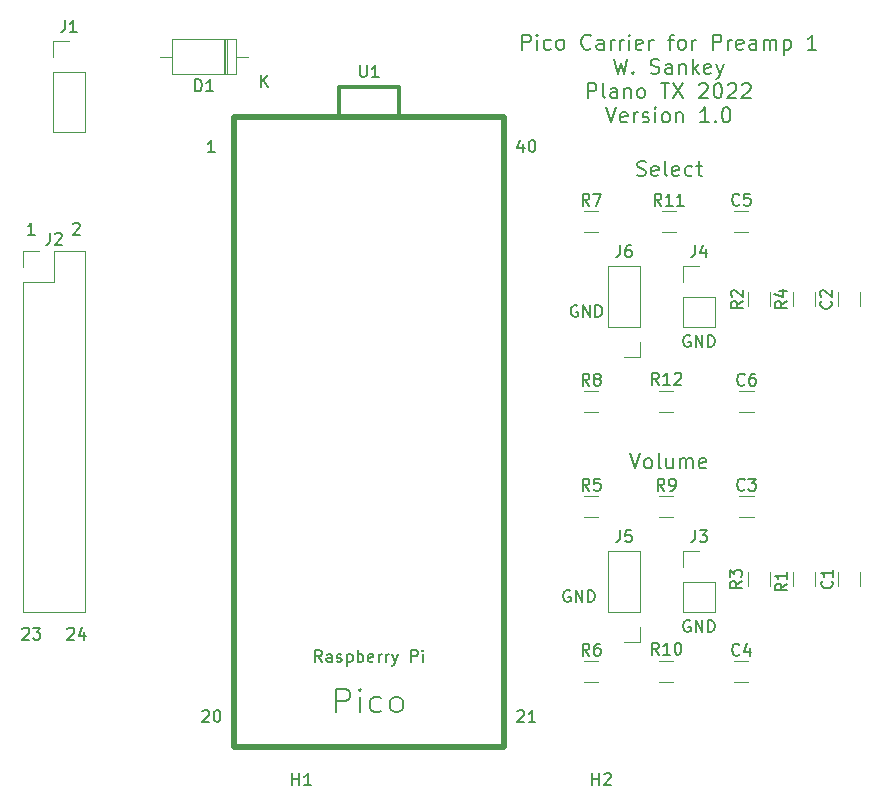
<source format=gbr>
%TF.GenerationSoftware,KiCad,Pcbnew,(5.1.6-0-10_14)*%
%TF.CreationDate,2022-08-31T19:30:09-05:00*%
%TF.ProjectId,pico_controller1,7069636f-5f63-46f6-9e74-726f6c6c6572,V01*%
%TF.SameCoordinates,Original*%
%TF.FileFunction,Legend,Top*%
%TF.FilePolarity,Positive*%
%FSLAX46Y46*%
G04 Gerber Fmt 4.6, Leading zero omitted, Abs format (unit mm)*
G04 Created by KiCad (PCBNEW (5.1.6-0-10_14)) date 2022-08-31 19:30:09*
%MOMM*%
%LPD*%
G01*
G04 APERTURE LIST*
%ADD10C,0.150000*%
%ADD11C,0.177800*%
%ADD12C,0.120000*%
%ADD13C,0.500000*%
%ADD14C,0.300000*%
G04 APERTURE END LIST*
D10*
X149733095Y-113212619D02*
X149780714Y-113165000D01*
X149875952Y-113117380D01*
X150114047Y-113117380D01*
X150209285Y-113165000D01*
X150256904Y-113212619D01*
X150304523Y-113307857D01*
X150304523Y-113403095D01*
X150256904Y-113545952D01*
X149685476Y-114117380D01*
X150304523Y-114117380D01*
X151161666Y-113450714D02*
X151161666Y-114117380D01*
X150923571Y-113069761D02*
X150685476Y-113784047D01*
X151304523Y-113784047D01*
X145923095Y-113212619D02*
X145970714Y-113165000D01*
X146065952Y-113117380D01*
X146304047Y-113117380D01*
X146399285Y-113165000D01*
X146446904Y-113212619D01*
X146494523Y-113307857D01*
X146494523Y-113403095D01*
X146446904Y-113545952D01*
X145875476Y-114117380D01*
X146494523Y-114117380D01*
X146827857Y-113117380D02*
X147446904Y-113117380D01*
X147113571Y-113498333D01*
X147256428Y-113498333D01*
X147351666Y-113545952D01*
X147399285Y-113593571D01*
X147446904Y-113688809D01*
X147446904Y-113926904D01*
X147399285Y-114022142D01*
X147351666Y-114069761D01*
X147256428Y-114117380D01*
X146970714Y-114117380D01*
X146875476Y-114069761D01*
X146827857Y-114022142D01*
X150209285Y-78922619D02*
X150256904Y-78875000D01*
X150352142Y-78827380D01*
X150590238Y-78827380D01*
X150685476Y-78875000D01*
X150733095Y-78922619D01*
X150780714Y-79017857D01*
X150780714Y-79113095D01*
X150733095Y-79255952D01*
X150161666Y-79827380D01*
X150780714Y-79827380D01*
X146970714Y-79827380D02*
X146399285Y-79827380D01*
X146685000Y-79827380D02*
X146685000Y-78827380D01*
X146589761Y-78970238D01*
X146494523Y-79065476D01*
X146399285Y-79113095D01*
X202438095Y-112530000D02*
X202342857Y-112482380D01*
X202200000Y-112482380D01*
X202057142Y-112530000D01*
X201961904Y-112625238D01*
X201914285Y-112720476D01*
X201866666Y-112910952D01*
X201866666Y-113053809D01*
X201914285Y-113244285D01*
X201961904Y-113339523D01*
X202057142Y-113434761D01*
X202200000Y-113482380D01*
X202295238Y-113482380D01*
X202438095Y-113434761D01*
X202485714Y-113387142D01*
X202485714Y-113053809D01*
X202295238Y-113053809D01*
X202914285Y-113482380D02*
X202914285Y-112482380D01*
X203485714Y-113482380D01*
X203485714Y-112482380D01*
X203961904Y-113482380D02*
X203961904Y-112482380D01*
X204200000Y-112482380D01*
X204342857Y-112530000D01*
X204438095Y-112625238D01*
X204485714Y-112720476D01*
X204533333Y-112910952D01*
X204533333Y-113053809D01*
X204485714Y-113244285D01*
X204438095Y-113339523D01*
X204342857Y-113434761D01*
X204200000Y-113482380D01*
X203961904Y-113482380D01*
X192278095Y-109990000D02*
X192182857Y-109942380D01*
X192040000Y-109942380D01*
X191897142Y-109990000D01*
X191801904Y-110085238D01*
X191754285Y-110180476D01*
X191706666Y-110370952D01*
X191706666Y-110513809D01*
X191754285Y-110704285D01*
X191801904Y-110799523D01*
X191897142Y-110894761D01*
X192040000Y-110942380D01*
X192135238Y-110942380D01*
X192278095Y-110894761D01*
X192325714Y-110847142D01*
X192325714Y-110513809D01*
X192135238Y-110513809D01*
X192754285Y-110942380D02*
X192754285Y-109942380D01*
X193325714Y-110942380D01*
X193325714Y-109942380D01*
X193801904Y-110942380D02*
X193801904Y-109942380D01*
X194040000Y-109942380D01*
X194182857Y-109990000D01*
X194278095Y-110085238D01*
X194325714Y-110180476D01*
X194373333Y-110370952D01*
X194373333Y-110513809D01*
X194325714Y-110704285D01*
X194278095Y-110799523D01*
X194182857Y-110894761D01*
X194040000Y-110942380D01*
X193801904Y-110942380D01*
X192913095Y-85860000D02*
X192817857Y-85812380D01*
X192675000Y-85812380D01*
X192532142Y-85860000D01*
X192436904Y-85955238D01*
X192389285Y-86050476D01*
X192341666Y-86240952D01*
X192341666Y-86383809D01*
X192389285Y-86574285D01*
X192436904Y-86669523D01*
X192532142Y-86764761D01*
X192675000Y-86812380D01*
X192770238Y-86812380D01*
X192913095Y-86764761D01*
X192960714Y-86717142D01*
X192960714Y-86383809D01*
X192770238Y-86383809D01*
X193389285Y-86812380D02*
X193389285Y-85812380D01*
X193960714Y-86812380D01*
X193960714Y-85812380D01*
X194436904Y-86812380D02*
X194436904Y-85812380D01*
X194675000Y-85812380D01*
X194817857Y-85860000D01*
X194913095Y-85955238D01*
X194960714Y-86050476D01*
X195008333Y-86240952D01*
X195008333Y-86383809D01*
X194960714Y-86574285D01*
X194913095Y-86669523D01*
X194817857Y-86764761D01*
X194675000Y-86812380D01*
X194436904Y-86812380D01*
X202438095Y-88400000D02*
X202342857Y-88352380D01*
X202200000Y-88352380D01*
X202057142Y-88400000D01*
X201961904Y-88495238D01*
X201914285Y-88590476D01*
X201866666Y-88780952D01*
X201866666Y-88923809D01*
X201914285Y-89114285D01*
X201961904Y-89209523D01*
X202057142Y-89304761D01*
X202200000Y-89352380D01*
X202295238Y-89352380D01*
X202438095Y-89304761D01*
X202485714Y-89257142D01*
X202485714Y-88923809D01*
X202295238Y-88923809D01*
X202914285Y-89352380D02*
X202914285Y-88352380D01*
X203485714Y-89352380D01*
X203485714Y-88352380D01*
X203961904Y-89352380D02*
X203961904Y-88352380D01*
X204200000Y-88352380D01*
X204342857Y-88400000D01*
X204438095Y-88495238D01*
X204485714Y-88590476D01*
X204533333Y-88780952D01*
X204533333Y-88923809D01*
X204485714Y-89114285D01*
X204438095Y-89209523D01*
X204342857Y-89304761D01*
X204200000Y-89352380D01*
X203961904Y-89352380D01*
D11*
X197364047Y-98364523D02*
X197787380Y-99634523D01*
X198210714Y-98364523D01*
X198815476Y-99634523D02*
X198694523Y-99574047D01*
X198634047Y-99513571D01*
X198573571Y-99392619D01*
X198573571Y-99029761D01*
X198634047Y-98908809D01*
X198694523Y-98848333D01*
X198815476Y-98787857D01*
X198996904Y-98787857D01*
X199117857Y-98848333D01*
X199178333Y-98908809D01*
X199238809Y-99029761D01*
X199238809Y-99392619D01*
X199178333Y-99513571D01*
X199117857Y-99574047D01*
X198996904Y-99634523D01*
X198815476Y-99634523D01*
X199964523Y-99634523D02*
X199843571Y-99574047D01*
X199783095Y-99453095D01*
X199783095Y-98364523D01*
X200992619Y-98787857D02*
X200992619Y-99634523D01*
X200448333Y-98787857D02*
X200448333Y-99453095D01*
X200508809Y-99574047D01*
X200629761Y-99634523D01*
X200811190Y-99634523D01*
X200932142Y-99574047D01*
X200992619Y-99513571D01*
X201597380Y-99634523D02*
X201597380Y-98787857D01*
X201597380Y-98908809D02*
X201657857Y-98848333D01*
X201778809Y-98787857D01*
X201960238Y-98787857D01*
X202081190Y-98848333D01*
X202141666Y-98969285D01*
X202141666Y-99634523D01*
X202141666Y-98969285D02*
X202202142Y-98848333D01*
X202323095Y-98787857D01*
X202504523Y-98787857D01*
X202625476Y-98848333D01*
X202685952Y-98969285D01*
X202685952Y-99634523D01*
X203774523Y-99574047D02*
X203653571Y-99634523D01*
X203411666Y-99634523D01*
X203290714Y-99574047D01*
X203230238Y-99453095D01*
X203230238Y-98969285D01*
X203290714Y-98848333D01*
X203411666Y-98787857D01*
X203653571Y-98787857D01*
X203774523Y-98848333D01*
X203835000Y-98969285D01*
X203835000Y-99090238D01*
X203230238Y-99211190D01*
X197968809Y-74809047D02*
X198150238Y-74869523D01*
X198452619Y-74869523D01*
X198573571Y-74809047D01*
X198634047Y-74748571D01*
X198694523Y-74627619D01*
X198694523Y-74506666D01*
X198634047Y-74385714D01*
X198573571Y-74325238D01*
X198452619Y-74264761D01*
X198210714Y-74204285D01*
X198089761Y-74143809D01*
X198029285Y-74083333D01*
X197968809Y-73962380D01*
X197968809Y-73841428D01*
X198029285Y-73720476D01*
X198089761Y-73660000D01*
X198210714Y-73599523D01*
X198513095Y-73599523D01*
X198694523Y-73660000D01*
X199722619Y-74809047D02*
X199601666Y-74869523D01*
X199359761Y-74869523D01*
X199238809Y-74809047D01*
X199178333Y-74688095D01*
X199178333Y-74204285D01*
X199238809Y-74083333D01*
X199359761Y-74022857D01*
X199601666Y-74022857D01*
X199722619Y-74083333D01*
X199783095Y-74204285D01*
X199783095Y-74325238D01*
X199178333Y-74446190D01*
X200508809Y-74869523D02*
X200387857Y-74809047D01*
X200327380Y-74688095D01*
X200327380Y-73599523D01*
X201476428Y-74809047D02*
X201355476Y-74869523D01*
X201113571Y-74869523D01*
X200992619Y-74809047D01*
X200932142Y-74688095D01*
X200932142Y-74204285D01*
X200992619Y-74083333D01*
X201113571Y-74022857D01*
X201355476Y-74022857D01*
X201476428Y-74083333D01*
X201536904Y-74204285D01*
X201536904Y-74325238D01*
X200932142Y-74446190D01*
X202625476Y-74809047D02*
X202504523Y-74869523D01*
X202262619Y-74869523D01*
X202141666Y-74809047D01*
X202081190Y-74748571D01*
X202020714Y-74627619D01*
X202020714Y-74264761D01*
X202081190Y-74143809D01*
X202141666Y-74083333D01*
X202262619Y-74022857D01*
X202504523Y-74022857D01*
X202625476Y-74083333D01*
X202988333Y-74022857D02*
X203472142Y-74022857D01*
X203169761Y-73599523D02*
X203169761Y-74688095D01*
X203230238Y-74809047D01*
X203351190Y-74869523D01*
X203472142Y-74869523D01*
D10*
X187833095Y-120197619D02*
X187880714Y-120150000D01*
X187975952Y-120102380D01*
X188214047Y-120102380D01*
X188309285Y-120150000D01*
X188356904Y-120197619D01*
X188404523Y-120292857D01*
X188404523Y-120388095D01*
X188356904Y-120530952D01*
X187785476Y-121102380D01*
X188404523Y-121102380D01*
X189356904Y-121102380D02*
X188785476Y-121102380D01*
X189071190Y-121102380D02*
X189071190Y-120102380D01*
X188975952Y-120245238D01*
X188880714Y-120340476D01*
X188785476Y-120388095D01*
X161163095Y-120197619D02*
X161210714Y-120150000D01*
X161305952Y-120102380D01*
X161544047Y-120102380D01*
X161639285Y-120150000D01*
X161686904Y-120197619D01*
X161734523Y-120292857D01*
X161734523Y-120388095D01*
X161686904Y-120530952D01*
X161115476Y-121102380D01*
X161734523Y-121102380D01*
X162353571Y-120102380D02*
X162448809Y-120102380D01*
X162544047Y-120150000D01*
X162591666Y-120197619D01*
X162639285Y-120292857D01*
X162686904Y-120483333D01*
X162686904Y-120721428D01*
X162639285Y-120911904D01*
X162591666Y-121007142D01*
X162544047Y-121054761D01*
X162448809Y-121102380D01*
X162353571Y-121102380D01*
X162258333Y-121054761D01*
X162210714Y-121007142D01*
X162163095Y-120911904D01*
X162115476Y-120721428D01*
X162115476Y-120483333D01*
X162163095Y-120292857D01*
X162210714Y-120197619D01*
X162258333Y-120150000D01*
X162353571Y-120102380D01*
X188309285Y-72175714D02*
X188309285Y-72842380D01*
X188071190Y-71794761D02*
X187833095Y-72509047D01*
X188452142Y-72509047D01*
X189023571Y-71842380D02*
X189118809Y-71842380D01*
X189214047Y-71890000D01*
X189261666Y-71937619D01*
X189309285Y-72032857D01*
X189356904Y-72223333D01*
X189356904Y-72461428D01*
X189309285Y-72651904D01*
X189261666Y-72747142D01*
X189214047Y-72794761D01*
X189118809Y-72842380D01*
X189023571Y-72842380D01*
X188928333Y-72794761D01*
X188880714Y-72747142D01*
X188833095Y-72651904D01*
X188785476Y-72461428D01*
X188785476Y-72223333D01*
X188833095Y-72032857D01*
X188880714Y-71937619D01*
X188928333Y-71890000D01*
X189023571Y-71842380D01*
X162210714Y-72842380D02*
X161639285Y-72842380D01*
X161925000Y-72842380D02*
X161925000Y-71842380D01*
X161829761Y-71985238D01*
X161734523Y-72080476D01*
X161639285Y-72128095D01*
X188232142Y-64167023D02*
X188232142Y-62897023D01*
X188715952Y-62897023D01*
X188836904Y-62957500D01*
X188897380Y-63017976D01*
X188957857Y-63138928D01*
X188957857Y-63320357D01*
X188897380Y-63441309D01*
X188836904Y-63501785D01*
X188715952Y-63562261D01*
X188232142Y-63562261D01*
X189502142Y-64167023D02*
X189502142Y-63320357D01*
X189502142Y-62897023D02*
X189441666Y-62957500D01*
X189502142Y-63017976D01*
X189562619Y-62957500D01*
X189502142Y-62897023D01*
X189502142Y-63017976D01*
X190651190Y-64106547D02*
X190530238Y-64167023D01*
X190288333Y-64167023D01*
X190167380Y-64106547D01*
X190106904Y-64046071D01*
X190046428Y-63925119D01*
X190046428Y-63562261D01*
X190106904Y-63441309D01*
X190167380Y-63380833D01*
X190288333Y-63320357D01*
X190530238Y-63320357D01*
X190651190Y-63380833D01*
X191376904Y-64167023D02*
X191255952Y-64106547D01*
X191195476Y-64046071D01*
X191135000Y-63925119D01*
X191135000Y-63562261D01*
X191195476Y-63441309D01*
X191255952Y-63380833D01*
X191376904Y-63320357D01*
X191558333Y-63320357D01*
X191679285Y-63380833D01*
X191739761Y-63441309D01*
X191800238Y-63562261D01*
X191800238Y-63925119D01*
X191739761Y-64046071D01*
X191679285Y-64106547D01*
X191558333Y-64167023D01*
X191376904Y-64167023D01*
X194037857Y-64046071D02*
X193977380Y-64106547D01*
X193795952Y-64167023D01*
X193675000Y-64167023D01*
X193493571Y-64106547D01*
X193372619Y-63985595D01*
X193312142Y-63864642D01*
X193251666Y-63622738D01*
X193251666Y-63441309D01*
X193312142Y-63199404D01*
X193372619Y-63078452D01*
X193493571Y-62957500D01*
X193675000Y-62897023D01*
X193795952Y-62897023D01*
X193977380Y-62957500D01*
X194037857Y-63017976D01*
X195126428Y-64167023D02*
X195126428Y-63501785D01*
X195065952Y-63380833D01*
X194945000Y-63320357D01*
X194703095Y-63320357D01*
X194582142Y-63380833D01*
X195126428Y-64106547D02*
X195005476Y-64167023D01*
X194703095Y-64167023D01*
X194582142Y-64106547D01*
X194521666Y-63985595D01*
X194521666Y-63864642D01*
X194582142Y-63743690D01*
X194703095Y-63683214D01*
X195005476Y-63683214D01*
X195126428Y-63622738D01*
X195731190Y-64167023D02*
X195731190Y-63320357D01*
X195731190Y-63562261D02*
X195791666Y-63441309D01*
X195852142Y-63380833D01*
X195973095Y-63320357D01*
X196094047Y-63320357D01*
X196517380Y-64167023D02*
X196517380Y-63320357D01*
X196517380Y-63562261D02*
X196577857Y-63441309D01*
X196638333Y-63380833D01*
X196759285Y-63320357D01*
X196880238Y-63320357D01*
X197303571Y-64167023D02*
X197303571Y-63320357D01*
X197303571Y-62897023D02*
X197243095Y-62957500D01*
X197303571Y-63017976D01*
X197364047Y-62957500D01*
X197303571Y-62897023D01*
X197303571Y-63017976D01*
X198392142Y-64106547D02*
X198271190Y-64167023D01*
X198029285Y-64167023D01*
X197908333Y-64106547D01*
X197847857Y-63985595D01*
X197847857Y-63501785D01*
X197908333Y-63380833D01*
X198029285Y-63320357D01*
X198271190Y-63320357D01*
X198392142Y-63380833D01*
X198452619Y-63501785D01*
X198452619Y-63622738D01*
X197847857Y-63743690D01*
X198996904Y-64167023D02*
X198996904Y-63320357D01*
X198996904Y-63562261D02*
X199057380Y-63441309D01*
X199117857Y-63380833D01*
X199238809Y-63320357D01*
X199359761Y-63320357D01*
X200569285Y-63320357D02*
X201053095Y-63320357D01*
X200750714Y-64167023D02*
X200750714Y-63078452D01*
X200811190Y-62957500D01*
X200932142Y-62897023D01*
X201053095Y-62897023D01*
X201657857Y-64167023D02*
X201536904Y-64106547D01*
X201476428Y-64046071D01*
X201415952Y-63925119D01*
X201415952Y-63562261D01*
X201476428Y-63441309D01*
X201536904Y-63380833D01*
X201657857Y-63320357D01*
X201839285Y-63320357D01*
X201960238Y-63380833D01*
X202020714Y-63441309D01*
X202081190Y-63562261D01*
X202081190Y-63925119D01*
X202020714Y-64046071D01*
X201960238Y-64106547D01*
X201839285Y-64167023D01*
X201657857Y-64167023D01*
X202625476Y-64167023D02*
X202625476Y-63320357D01*
X202625476Y-63562261D02*
X202685952Y-63441309D01*
X202746428Y-63380833D01*
X202867380Y-63320357D01*
X202988333Y-63320357D01*
X204379285Y-64167023D02*
X204379285Y-62897023D01*
X204863095Y-62897023D01*
X204984047Y-62957500D01*
X205044523Y-63017976D01*
X205105000Y-63138928D01*
X205105000Y-63320357D01*
X205044523Y-63441309D01*
X204984047Y-63501785D01*
X204863095Y-63562261D01*
X204379285Y-63562261D01*
X205649285Y-64167023D02*
X205649285Y-63320357D01*
X205649285Y-63562261D02*
X205709761Y-63441309D01*
X205770238Y-63380833D01*
X205891190Y-63320357D01*
X206012142Y-63320357D01*
X206919285Y-64106547D02*
X206798333Y-64167023D01*
X206556428Y-64167023D01*
X206435476Y-64106547D01*
X206375000Y-63985595D01*
X206375000Y-63501785D01*
X206435476Y-63380833D01*
X206556428Y-63320357D01*
X206798333Y-63320357D01*
X206919285Y-63380833D01*
X206979761Y-63501785D01*
X206979761Y-63622738D01*
X206375000Y-63743690D01*
X208068333Y-64167023D02*
X208068333Y-63501785D01*
X208007857Y-63380833D01*
X207886904Y-63320357D01*
X207645000Y-63320357D01*
X207524047Y-63380833D01*
X208068333Y-64106547D02*
X207947380Y-64167023D01*
X207645000Y-64167023D01*
X207524047Y-64106547D01*
X207463571Y-63985595D01*
X207463571Y-63864642D01*
X207524047Y-63743690D01*
X207645000Y-63683214D01*
X207947380Y-63683214D01*
X208068333Y-63622738D01*
X208673095Y-64167023D02*
X208673095Y-63320357D01*
X208673095Y-63441309D02*
X208733571Y-63380833D01*
X208854523Y-63320357D01*
X209035952Y-63320357D01*
X209156904Y-63380833D01*
X209217380Y-63501785D01*
X209217380Y-64167023D01*
X209217380Y-63501785D02*
X209277857Y-63380833D01*
X209398809Y-63320357D01*
X209580238Y-63320357D01*
X209701190Y-63380833D01*
X209761666Y-63501785D01*
X209761666Y-64167023D01*
X210366428Y-63320357D02*
X210366428Y-64590357D01*
X210366428Y-63380833D02*
X210487380Y-63320357D01*
X210729285Y-63320357D01*
X210850238Y-63380833D01*
X210910714Y-63441309D01*
X210971190Y-63562261D01*
X210971190Y-63925119D01*
X210910714Y-64046071D01*
X210850238Y-64106547D01*
X210729285Y-64167023D01*
X210487380Y-64167023D01*
X210366428Y-64106547D01*
X213148333Y-64167023D02*
X212422619Y-64167023D01*
X212785476Y-64167023D02*
X212785476Y-62897023D01*
X212664523Y-63078452D01*
X212543571Y-63199404D01*
X212422619Y-63259880D01*
X196033571Y-64952023D02*
X196335952Y-66222023D01*
X196577857Y-65314880D01*
X196819761Y-66222023D01*
X197122142Y-64952023D01*
X197605952Y-66101071D02*
X197666428Y-66161547D01*
X197605952Y-66222023D01*
X197545476Y-66161547D01*
X197605952Y-66101071D01*
X197605952Y-66222023D01*
X199117857Y-66161547D02*
X199299285Y-66222023D01*
X199601666Y-66222023D01*
X199722619Y-66161547D01*
X199783095Y-66101071D01*
X199843571Y-65980119D01*
X199843571Y-65859166D01*
X199783095Y-65738214D01*
X199722619Y-65677738D01*
X199601666Y-65617261D01*
X199359761Y-65556785D01*
X199238809Y-65496309D01*
X199178333Y-65435833D01*
X199117857Y-65314880D01*
X199117857Y-65193928D01*
X199178333Y-65072976D01*
X199238809Y-65012500D01*
X199359761Y-64952023D01*
X199662142Y-64952023D01*
X199843571Y-65012500D01*
X200932142Y-66222023D02*
X200932142Y-65556785D01*
X200871666Y-65435833D01*
X200750714Y-65375357D01*
X200508809Y-65375357D01*
X200387857Y-65435833D01*
X200932142Y-66161547D02*
X200811190Y-66222023D01*
X200508809Y-66222023D01*
X200387857Y-66161547D01*
X200327380Y-66040595D01*
X200327380Y-65919642D01*
X200387857Y-65798690D01*
X200508809Y-65738214D01*
X200811190Y-65738214D01*
X200932142Y-65677738D01*
X201536904Y-65375357D02*
X201536904Y-66222023D01*
X201536904Y-65496309D02*
X201597380Y-65435833D01*
X201718333Y-65375357D01*
X201899761Y-65375357D01*
X202020714Y-65435833D01*
X202081190Y-65556785D01*
X202081190Y-66222023D01*
X202685952Y-66222023D02*
X202685952Y-64952023D01*
X202806904Y-65738214D02*
X203169761Y-66222023D01*
X203169761Y-65375357D02*
X202685952Y-65859166D01*
X204197857Y-66161547D02*
X204076904Y-66222023D01*
X203835000Y-66222023D01*
X203714047Y-66161547D01*
X203653571Y-66040595D01*
X203653571Y-65556785D01*
X203714047Y-65435833D01*
X203835000Y-65375357D01*
X204076904Y-65375357D01*
X204197857Y-65435833D01*
X204258333Y-65556785D01*
X204258333Y-65677738D01*
X203653571Y-65798690D01*
X204681666Y-65375357D02*
X204984047Y-66222023D01*
X205286428Y-65375357D02*
X204984047Y-66222023D01*
X204863095Y-66524404D01*
X204802619Y-66584880D01*
X204681666Y-66645357D01*
X193795952Y-68277023D02*
X193795952Y-67007023D01*
X194279761Y-67007023D01*
X194400714Y-67067500D01*
X194461190Y-67127976D01*
X194521666Y-67248928D01*
X194521666Y-67430357D01*
X194461190Y-67551309D01*
X194400714Y-67611785D01*
X194279761Y-67672261D01*
X193795952Y-67672261D01*
X195247380Y-68277023D02*
X195126428Y-68216547D01*
X195065952Y-68095595D01*
X195065952Y-67007023D01*
X196275476Y-68277023D02*
X196275476Y-67611785D01*
X196215000Y-67490833D01*
X196094047Y-67430357D01*
X195852142Y-67430357D01*
X195731190Y-67490833D01*
X196275476Y-68216547D02*
X196154523Y-68277023D01*
X195852142Y-68277023D01*
X195731190Y-68216547D01*
X195670714Y-68095595D01*
X195670714Y-67974642D01*
X195731190Y-67853690D01*
X195852142Y-67793214D01*
X196154523Y-67793214D01*
X196275476Y-67732738D01*
X196880238Y-67430357D02*
X196880238Y-68277023D01*
X196880238Y-67551309D02*
X196940714Y-67490833D01*
X197061666Y-67430357D01*
X197243095Y-67430357D01*
X197364047Y-67490833D01*
X197424523Y-67611785D01*
X197424523Y-68277023D01*
X198210714Y-68277023D02*
X198089761Y-68216547D01*
X198029285Y-68156071D01*
X197968809Y-68035119D01*
X197968809Y-67672261D01*
X198029285Y-67551309D01*
X198089761Y-67490833D01*
X198210714Y-67430357D01*
X198392142Y-67430357D01*
X198513095Y-67490833D01*
X198573571Y-67551309D01*
X198634047Y-67672261D01*
X198634047Y-68035119D01*
X198573571Y-68156071D01*
X198513095Y-68216547D01*
X198392142Y-68277023D01*
X198210714Y-68277023D01*
X199964523Y-67007023D02*
X200690238Y-67007023D01*
X200327380Y-68277023D02*
X200327380Y-67007023D01*
X200992619Y-67007023D02*
X201839285Y-68277023D01*
X201839285Y-67007023D02*
X200992619Y-68277023D01*
X203230238Y-67127976D02*
X203290714Y-67067500D01*
X203411666Y-67007023D01*
X203714047Y-67007023D01*
X203835000Y-67067500D01*
X203895476Y-67127976D01*
X203955952Y-67248928D01*
X203955952Y-67369880D01*
X203895476Y-67551309D01*
X203169761Y-68277023D01*
X203955952Y-68277023D01*
X204742142Y-67007023D02*
X204863095Y-67007023D01*
X204984047Y-67067500D01*
X205044523Y-67127976D01*
X205105000Y-67248928D01*
X205165476Y-67490833D01*
X205165476Y-67793214D01*
X205105000Y-68035119D01*
X205044523Y-68156071D01*
X204984047Y-68216547D01*
X204863095Y-68277023D01*
X204742142Y-68277023D01*
X204621190Y-68216547D01*
X204560714Y-68156071D01*
X204500238Y-68035119D01*
X204439761Y-67793214D01*
X204439761Y-67490833D01*
X204500238Y-67248928D01*
X204560714Y-67127976D01*
X204621190Y-67067500D01*
X204742142Y-67007023D01*
X205649285Y-67127976D02*
X205709761Y-67067500D01*
X205830714Y-67007023D01*
X206133095Y-67007023D01*
X206254047Y-67067500D01*
X206314523Y-67127976D01*
X206375000Y-67248928D01*
X206375000Y-67369880D01*
X206314523Y-67551309D01*
X205588809Y-68277023D01*
X206375000Y-68277023D01*
X206858809Y-67127976D02*
X206919285Y-67067500D01*
X207040238Y-67007023D01*
X207342619Y-67007023D01*
X207463571Y-67067500D01*
X207524047Y-67127976D01*
X207584523Y-67248928D01*
X207584523Y-67369880D01*
X207524047Y-67551309D01*
X206798333Y-68277023D01*
X207584523Y-68277023D01*
X195338095Y-69062023D02*
X195761428Y-70332023D01*
X196184761Y-69062023D01*
X197091904Y-70271547D02*
X196970952Y-70332023D01*
X196729047Y-70332023D01*
X196608095Y-70271547D01*
X196547619Y-70150595D01*
X196547619Y-69666785D01*
X196608095Y-69545833D01*
X196729047Y-69485357D01*
X196970952Y-69485357D01*
X197091904Y-69545833D01*
X197152380Y-69666785D01*
X197152380Y-69787738D01*
X196547619Y-69908690D01*
X197696666Y-70332023D02*
X197696666Y-69485357D01*
X197696666Y-69727261D02*
X197757142Y-69606309D01*
X197817619Y-69545833D01*
X197938571Y-69485357D01*
X198059523Y-69485357D01*
X198422380Y-70271547D02*
X198543333Y-70332023D01*
X198785238Y-70332023D01*
X198906190Y-70271547D01*
X198966666Y-70150595D01*
X198966666Y-70090119D01*
X198906190Y-69969166D01*
X198785238Y-69908690D01*
X198603809Y-69908690D01*
X198482857Y-69848214D01*
X198422380Y-69727261D01*
X198422380Y-69666785D01*
X198482857Y-69545833D01*
X198603809Y-69485357D01*
X198785238Y-69485357D01*
X198906190Y-69545833D01*
X199510952Y-70332023D02*
X199510952Y-69485357D01*
X199510952Y-69062023D02*
X199450476Y-69122500D01*
X199510952Y-69182976D01*
X199571428Y-69122500D01*
X199510952Y-69062023D01*
X199510952Y-69182976D01*
X200297142Y-70332023D02*
X200176190Y-70271547D01*
X200115714Y-70211071D01*
X200055238Y-70090119D01*
X200055238Y-69727261D01*
X200115714Y-69606309D01*
X200176190Y-69545833D01*
X200297142Y-69485357D01*
X200478571Y-69485357D01*
X200599523Y-69545833D01*
X200660000Y-69606309D01*
X200720476Y-69727261D01*
X200720476Y-70090119D01*
X200660000Y-70211071D01*
X200599523Y-70271547D01*
X200478571Y-70332023D01*
X200297142Y-70332023D01*
X201264761Y-69485357D02*
X201264761Y-70332023D01*
X201264761Y-69606309D02*
X201325238Y-69545833D01*
X201446190Y-69485357D01*
X201627619Y-69485357D01*
X201748571Y-69545833D01*
X201809047Y-69666785D01*
X201809047Y-70332023D01*
X204046666Y-70332023D02*
X203320952Y-70332023D01*
X203683809Y-70332023D02*
X203683809Y-69062023D01*
X203562857Y-69243452D01*
X203441904Y-69364404D01*
X203320952Y-69424880D01*
X204590952Y-70211071D02*
X204651428Y-70271547D01*
X204590952Y-70332023D01*
X204530476Y-70271547D01*
X204590952Y-70211071D01*
X204590952Y-70332023D01*
X205437619Y-69062023D02*
X205558571Y-69062023D01*
X205679523Y-69122500D01*
X205740000Y-69182976D01*
X205800476Y-69303928D01*
X205860952Y-69545833D01*
X205860952Y-69848214D01*
X205800476Y-70090119D01*
X205740000Y-70211071D01*
X205679523Y-70271547D01*
X205558571Y-70332023D01*
X205437619Y-70332023D01*
X205316666Y-70271547D01*
X205256190Y-70211071D01*
X205195714Y-70090119D01*
X205135238Y-69848214D01*
X205135238Y-69545833D01*
X205195714Y-69303928D01*
X205256190Y-69182976D01*
X205316666Y-69122500D01*
X205437619Y-69062023D01*
D12*
%TO.C,C1*%
X214990000Y-109604564D02*
X214990000Y-108400436D01*
X216810000Y-109604564D02*
X216810000Y-108400436D01*
%TO.C,C2*%
X216810000Y-85909564D02*
X216810000Y-84705436D01*
X214990000Y-85909564D02*
X214990000Y-84705436D01*
%TO.C,C3*%
X206625436Y-101960000D02*
X207829564Y-101960000D01*
X206625436Y-103780000D02*
X207829564Y-103780000D01*
%TO.C,C4*%
X206190436Y-117750000D02*
X207394564Y-117750000D01*
X206190436Y-115930000D02*
X207394564Y-115930000D01*
%TO.C,C5*%
X206190436Y-77830000D02*
X207394564Y-77830000D01*
X206190436Y-79650000D02*
X207394564Y-79650000D01*
%TO.C,C6*%
X206625436Y-94890000D02*
X207829564Y-94890000D01*
X206625436Y-93070000D02*
X207829564Y-93070000D01*
%TO.C,D1*%
X164010000Y-66240000D02*
X164010000Y-63300000D01*
X164010000Y-63300000D02*
X158570000Y-63300000D01*
X158570000Y-63300000D02*
X158570000Y-66240000D01*
X158570000Y-66240000D02*
X164010000Y-66240000D01*
X165030000Y-64770000D02*
X164010000Y-64770000D01*
X157550000Y-64770000D02*
X158570000Y-64770000D01*
X163110000Y-66240000D02*
X163110000Y-63300000D01*
X162990000Y-66240000D02*
X162990000Y-63300000D01*
X163230000Y-66240000D02*
X163230000Y-63300000D01*
%TO.C,J1*%
X148530000Y-71180000D02*
X151190000Y-71180000D01*
X148530000Y-66040000D02*
X148530000Y-71180000D01*
X151190000Y-66040000D02*
X151190000Y-71180000D01*
X148530000Y-66040000D02*
X151190000Y-66040000D01*
X148530000Y-64770000D02*
X148530000Y-63440000D01*
X148530000Y-63440000D02*
X149860000Y-63440000D01*
%TO.C,J2*%
X145990000Y-111820000D02*
X151190000Y-111820000D01*
X145990000Y-83820000D02*
X145990000Y-111820000D01*
X151190000Y-81220000D02*
X151190000Y-111820000D01*
X145990000Y-83820000D02*
X148590000Y-83820000D01*
X148590000Y-83820000D02*
X148590000Y-81220000D01*
X148590000Y-81220000D02*
X151190000Y-81220000D01*
X145990000Y-82550000D02*
X145990000Y-81220000D01*
X145990000Y-81220000D02*
X147320000Y-81220000D01*
%TO.C,J3*%
X201870000Y-111820000D02*
X204530000Y-111820000D01*
X201870000Y-109220000D02*
X201870000Y-111820000D01*
X204530000Y-109220000D02*
X204530000Y-111820000D01*
X201870000Y-109220000D02*
X204530000Y-109220000D01*
X201870000Y-107950000D02*
X201870000Y-106620000D01*
X201870000Y-106620000D02*
X203200000Y-106620000D01*
%TO.C,J4*%
X201870000Y-82490000D02*
X203200000Y-82490000D01*
X201870000Y-83820000D02*
X201870000Y-82490000D01*
X201870000Y-85090000D02*
X204530000Y-85090000D01*
X204530000Y-85090000D02*
X204530000Y-87690000D01*
X201870000Y-85090000D02*
X201870000Y-87690000D01*
X201870000Y-87690000D02*
X204530000Y-87690000D01*
%TO.C,J5*%
X198180000Y-106620000D02*
X195520000Y-106620000D01*
X198180000Y-111760000D02*
X198180000Y-106620000D01*
X195520000Y-111760000D02*
X195520000Y-106620000D01*
X198180000Y-111760000D02*
X195520000Y-111760000D01*
X198180000Y-113030000D02*
X198180000Y-114360000D01*
X198180000Y-114360000D02*
X196850000Y-114360000D01*
%TO.C,J6*%
X198180000Y-90230000D02*
X196850000Y-90230000D01*
X198180000Y-88900000D02*
X198180000Y-90230000D01*
X198180000Y-87630000D02*
X195520000Y-87630000D01*
X195520000Y-87630000D02*
X195520000Y-82490000D01*
X198180000Y-87630000D02*
X198180000Y-82490000D01*
X198180000Y-82490000D02*
X195520000Y-82490000D01*
%TO.C,R1*%
X211180000Y-109604564D02*
X211180000Y-108400436D01*
X213000000Y-109604564D02*
X213000000Y-108400436D01*
%TO.C,R2*%
X207370000Y-85909564D02*
X207370000Y-84705436D01*
X209190000Y-85909564D02*
X209190000Y-84705436D01*
%TO.C,R3*%
X207370000Y-108400436D02*
X207370000Y-109604564D01*
X209190000Y-108400436D02*
X209190000Y-109604564D01*
%TO.C,R4*%
X211180000Y-84705436D02*
X211180000Y-85909564D01*
X213000000Y-84705436D02*
X213000000Y-85909564D01*
%TO.C,R5*%
X193490436Y-103780000D02*
X194694564Y-103780000D01*
X193490436Y-101960000D02*
X194694564Y-101960000D01*
%TO.C,R6*%
X193490436Y-115930000D02*
X194694564Y-115930000D01*
X193490436Y-117750000D02*
X194694564Y-117750000D01*
%TO.C,R7*%
X193490436Y-79650000D02*
X194694564Y-79650000D01*
X193490436Y-77830000D02*
X194694564Y-77830000D01*
%TO.C,R8*%
X193490436Y-93070000D02*
X194694564Y-93070000D01*
X193490436Y-94890000D02*
X194694564Y-94890000D01*
%TO.C,R9*%
X199840436Y-101960000D02*
X201044564Y-101960000D01*
X199840436Y-103780000D02*
X201044564Y-103780000D01*
%TO.C,R10*%
X201044564Y-115930000D02*
X199840436Y-115930000D01*
X201044564Y-117750000D02*
X199840436Y-117750000D01*
%TO.C,R11*%
X200057936Y-77830000D02*
X201262064Y-77830000D01*
X200057936Y-79650000D02*
X201262064Y-79650000D01*
%TO.C,R12*%
X201044564Y-93070000D02*
X199840436Y-93070000D01*
X201044564Y-94890000D02*
X199840436Y-94890000D01*
D13*
%TO.C,U1*%
X163830000Y-69850000D02*
X186690000Y-69850000D01*
X186690000Y-69850000D02*
X186690000Y-123190000D01*
X186690000Y-123190000D02*
X163830000Y-123190000D01*
X163830000Y-123190000D02*
X163830000Y-69850000D01*
D14*
X172720000Y-69850000D02*
X172720000Y-67310000D01*
X172720000Y-67310000D02*
X177800000Y-67310000D01*
X177800000Y-67310000D02*
X177800000Y-69850000D01*
%TO.C,H2*%
D10*
X194183095Y-126427380D02*
X194183095Y-125427380D01*
X194183095Y-125903571D02*
X194754523Y-125903571D01*
X194754523Y-126427380D02*
X194754523Y-125427380D01*
X195183095Y-125522619D02*
X195230714Y-125475000D01*
X195325952Y-125427380D01*
X195564047Y-125427380D01*
X195659285Y-125475000D01*
X195706904Y-125522619D01*
X195754523Y-125617857D01*
X195754523Y-125713095D01*
X195706904Y-125855952D01*
X195135476Y-126427380D01*
X195754523Y-126427380D01*
%TO.C,H1*%
X168783095Y-126427380D02*
X168783095Y-125427380D01*
X168783095Y-125903571D02*
X169354523Y-125903571D01*
X169354523Y-126427380D02*
X169354523Y-125427380D01*
X170354523Y-126427380D02*
X169783095Y-126427380D01*
X170068809Y-126427380D02*
X170068809Y-125427380D01*
X169973571Y-125570238D01*
X169878333Y-125665476D01*
X169783095Y-125713095D01*
%TO.C,C1*%
X214437142Y-109169166D02*
X214484761Y-109216785D01*
X214532380Y-109359642D01*
X214532380Y-109454880D01*
X214484761Y-109597738D01*
X214389523Y-109692976D01*
X214294285Y-109740595D01*
X214103809Y-109788214D01*
X213960952Y-109788214D01*
X213770476Y-109740595D01*
X213675238Y-109692976D01*
X213580000Y-109597738D01*
X213532380Y-109454880D01*
X213532380Y-109359642D01*
X213580000Y-109216785D01*
X213627619Y-109169166D01*
X214532380Y-108216785D02*
X214532380Y-108788214D01*
X214532380Y-108502500D02*
X213532380Y-108502500D01*
X213675238Y-108597738D01*
X213770476Y-108692976D01*
X213818095Y-108788214D01*
%TO.C,C2*%
X214352142Y-85474166D02*
X214399761Y-85521785D01*
X214447380Y-85664642D01*
X214447380Y-85759880D01*
X214399761Y-85902738D01*
X214304523Y-85997976D01*
X214209285Y-86045595D01*
X214018809Y-86093214D01*
X213875952Y-86093214D01*
X213685476Y-86045595D01*
X213590238Y-85997976D01*
X213495000Y-85902738D01*
X213447380Y-85759880D01*
X213447380Y-85664642D01*
X213495000Y-85521785D01*
X213542619Y-85474166D01*
X213542619Y-85093214D02*
X213495000Y-85045595D01*
X213447380Y-84950357D01*
X213447380Y-84712261D01*
X213495000Y-84617023D01*
X213542619Y-84569404D01*
X213637857Y-84521785D01*
X213733095Y-84521785D01*
X213875952Y-84569404D01*
X214447380Y-85140833D01*
X214447380Y-84521785D01*
%TO.C,C3*%
X207060833Y-101407142D02*
X207013214Y-101454761D01*
X206870357Y-101502380D01*
X206775119Y-101502380D01*
X206632261Y-101454761D01*
X206537023Y-101359523D01*
X206489404Y-101264285D01*
X206441785Y-101073809D01*
X206441785Y-100930952D01*
X206489404Y-100740476D01*
X206537023Y-100645238D01*
X206632261Y-100550000D01*
X206775119Y-100502380D01*
X206870357Y-100502380D01*
X207013214Y-100550000D01*
X207060833Y-100597619D01*
X207394166Y-100502380D02*
X208013214Y-100502380D01*
X207679880Y-100883333D01*
X207822738Y-100883333D01*
X207917976Y-100930952D01*
X207965595Y-100978571D01*
X208013214Y-101073809D01*
X208013214Y-101311904D01*
X207965595Y-101407142D01*
X207917976Y-101454761D01*
X207822738Y-101502380D01*
X207537023Y-101502380D01*
X207441785Y-101454761D01*
X207394166Y-101407142D01*
%TO.C,C4*%
X206625833Y-115377142D02*
X206578214Y-115424761D01*
X206435357Y-115472380D01*
X206340119Y-115472380D01*
X206197261Y-115424761D01*
X206102023Y-115329523D01*
X206054404Y-115234285D01*
X206006785Y-115043809D01*
X206006785Y-114900952D01*
X206054404Y-114710476D01*
X206102023Y-114615238D01*
X206197261Y-114520000D01*
X206340119Y-114472380D01*
X206435357Y-114472380D01*
X206578214Y-114520000D01*
X206625833Y-114567619D01*
X207482976Y-114805714D02*
X207482976Y-115472380D01*
X207244880Y-114424761D02*
X207006785Y-115139047D01*
X207625833Y-115139047D01*
%TO.C,C5*%
X206625833Y-77277142D02*
X206578214Y-77324761D01*
X206435357Y-77372380D01*
X206340119Y-77372380D01*
X206197261Y-77324761D01*
X206102023Y-77229523D01*
X206054404Y-77134285D01*
X206006785Y-76943809D01*
X206006785Y-76800952D01*
X206054404Y-76610476D01*
X206102023Y-76515238D01*
X206197261Y-76420000D01*
X206340119Y-76372380D01*
X206435357Y-76372380D01*
X206578214Y-76420000D01*
X206625833Y-76467619D01*
X207530595Y-76372380D02*
X207054404Y-76372380D01*
X207006785Y-76848571D01*
X207054404Y-76800952D01*
X207149642Y-76753333D01*
X207387738Y-76753333D01*
X207482976Y-76800952D01*
X207530595Y-76848571D01*
X207578214Y-76943809D01*
X207578214Y-77181904D01*
X207530595Y-77277142D01*
X207482976Y-77324761D01*
X207387738Y-77372380D01*
X207149642Y-77372380D01*
X207054404Y-77324761D01*
X207006785Y-77277142D01*
%TO.C,C6*%
X207060833Y-92517142D02*
X207013214Y-92564761D01*
X206870357Y-92612380D01*
X206775119Y-92612380D01*
X206632261Y-92564761D01*
X206537023Y-92469523D01*
X206489404Y-92374285D01*
X206441785Y-92183809D01*
X206441785Y-92040952D01*
X206489404Y-91850476D01*
X206537023Y-91755238D01*
X206632261Y-91660000D01*
X206775119Y-91612380D01*
X206870357Y-91612380D01*
X207013214Y-91660000D01*
X207060833Y-91707619D01*
X207917976Y-91612380D02*
X207727500Y-91612380D01*
X207632261Y-91660000D01*
X207584642Y-91707619D01*
X207489404Y-91850476D01*
X207441785Y-92040952D01*
X207441785Y-92421904D01*
X207489404Y-92517142D01*
X207537023Y-92564761D01*
X207632261Y-92612380D01*
X207822738Y-92612380D01*
X207917976Y-92564761D01*
X207965595Y-92517142D01*
X208013214Y-92421904D01*
X208013214Y-92183809D01*
X207965595Y-92088571D01*
X207917976Y-92040952D01*
X207822738Y-91993333D01*
X207632261Y-91993333D01*
X207537023Y-92040952D01*
X207489404Y-92088571D01*
X207441785Y-92183809D01*
%TO.C,D1*%
X160551904Y-67692380D02*
X160551904Y-66692380D01*
X160790000Y-66692380D01*
X160932857Y-66740000D01*
X161028095Y-66835238D01*
X161075714Y-66930476D01*
X161123333Y-67120952D01*
X161123333Y-67263809D01*
X161075714Y-67454285D01*
X161028095Y-67549523D01*
X160932857Y-67644761D01*
X160790000Y-67692380D01*
X160551904Y-67692380D01*
X162075714Y-67692380D02*
X161504285Y-67692380D01*
X161790000Y-67692380D02*
X161790000Y-66692380D01*
X161694761Y-66835238D01*
X161599523Y-66930476D01*
X161504285Y-66978095D01*
X166108095Y-67322380D02*
X166108095Y-66322380D01*
X166679523Y-67322380D02*
X166250952Y-66750952D01*
X166679523Y-66322380D02*
X166108095Y-66893809D01*
%TO.C,J1*%
X149526666Y-61682380D02*
X149526666Y-62396666D01*
X149479047Y-62539523D01*
X149383809Y-62634761D01*
X149240952Y-62682380D01*
X149145714Y-62682380D01*
X150526666Y-62682380D02*
X149955238Y-62682380D01*
X150240952Y-62682380D02*
X150240952Y-61682380D01*
X150145714Y-61825238D01*
X150050476Y-61920476D01*
X149955238Y-61968095D01*
%TO.C,J2*%
X148256666Y-79672380D02*
X148256666Y-80386666D01*
X148209047Y-80529523D01*
X148113809Y-80624761D01*
X147970952Y-80672380D01*
X147875714Y-80672380D01*
X148685238Y-79767619D02*
X148732857Y-79720000D01*
X148828095Y-79672380D01*
X149066190Y-79672380D01*
X149161428Y-79720000D01*
X149209047Y-79767619D01*
X149256666Y-79862857D01*
X149256666Y-79958095D01*
X149209047Y-80100952D01*
X148637619Y-80672380D01*
X149256666Y-80672380D01*
%TO.C,J3*%
X202866666Y-104862380D02*
X202866666Y-105576666D01*
X202819047Y-105719523D01*
X202723809Y-105814761D01*
X202580952Y-105862380D01*
X202485714Y-105862380D01*
X203247619Y-104862380D02*
X203866666Y-104862380D01*
X203533333Y-105243333D01*
X203676190Y-105243333D01*
X203771428Y-105290952D01*
X203819047Y-105338571D01*
X203866666Y-105433809D01*
X203866666Y-105671904D01*
X203819047Y-105767142D01*
X203771428Y-105814761D01*
X203676190Y-105862380D01*
X203390476Y-105862380D01*
X203295238Y-105814761D01*
X203247619Y-105767142D01*
%TO.C,J4*%
X202866666Y-80732380D02*
X202866666Y-81446666D01*
X202819047Y-81589523D01*
X202723809Y-81684761D01*
X202580952Y-81732380D01*
X202485714Y-81732380D01*
X203771428Y-81065714D02*
X203771428Y-81732380D01*
X203533333Y-80684761D02*
X203295238Y-81399047D01*
X203914285Y-81399047D01*
%TO.C,J5*%
X196516666Y-104862380D02*
X196516666Y-105576666D01*
X196469047Y-105719523D01*
X196373809Y-105814761D01*
X196230952Y-105862380D01*
X196135714Y-105862380D01*
X197469047Y-104862380D02*
X196992857Y-104862380D01*
X196945238Y-105338571D01*
X196992857Y-105290952D01*
X197088095Y-105243333D01*
X197326190Y-105243333D01*
X197421428Y-105290952D01*
X197469047Y-105338571D01*
X197516666Y-105433809D01*
X197516666Y-105671904D01*
X197469047Y-105767142D01*
X197421428Y-105814761D01*
X197326190Y-105862380D01*
X197088095Y-105862380D01*
X196992857Y-105814761D01*
X196945238Y-105767142D01*
%TO.C,J6*%
X196516666Y-80732380D02*
X196516666Y-81446666D01*
X196469047Y-81589523D01*
X196373809Y-81684761D01*
X196230952Y-81732380D01*
X196135714Y-81732380D01*
X197421428Y-80732380D02*
X197230952Y-80732380D01*
X197135714Y-80780000D01*
X197088095Y-80827619D01*
X196992857Y-80970476D01*
X196945238Y-81160952D01*
X196945238Y-81541904D01*
X196992857Y-81637142D01*
X197040476Y-81684761D01*
X197135714Y-81732380D01*
X197326190Y-81732380D01*
X197421428Y-81684761D01*
X197469047Y-81637142D01*
X197516666Y-81541904D01*
X197516666Y-81303809D01*
X197469047Y-81208571D01*
X197421428Y-81160952D01*
X197326190Y-81113333D01*
X197135714Y-81113333D01*
X197040476Y-81160952D01*
X196992857Y-81208571D01*
X196945238Y-81303809D01*
%TO.C,R1*%
X210637380Y-109386666D02*
X210161190Y-109720000D01*
X210637380Y-109958095D02*
X209637380Y-109958095D01*
X209637380Y-109577142D01*
X209685000Y-109481904D01*
X209732619Y-109434285D01*
X209827857Y-109386666D01*
X209970714Y-109386666D01*
X210065952Y-109434285D01*
X210113571Y-109481904D01*
X210161190Y-109577142D01*
X210161190Y-109958095D01*
X210637380Y-108434285D02*
X210637380Y-109005714D01*
X210637380Y-108720000D02*
X209637380Y-108720000D01*
X209780238Y-108815238D01*
X209875476Y-108910476D01*
X209923095Y-109005714D01*
%TO.C,R2*%
X206912380Y-85474166D02*
X206436190Y-85807500D01*
X206912380Y-86045595D02*
X205912380Y-86045595D01*
X205912380Y-85664642D01*
X205960000Y-85569404D01*
X206007619Y-85521785D01*
X206102857Y-85474166D01*
X206245714Y-85474166D01*
X206340952Y-85521785D01*
X206388571Y-85569404D01*
X206436190Y-85664642D01*
X206436190Y-86045595D01*
X206007619Y-85093214D02*
X205960000Y-85045595D01*
X205912380Y-84950357D01*
X205912380Y-84712261D01*
X205960000Y-84617023D01*
X206007619Y-84569404D01*
X206102857Y-84521785D01*
X206198095Y-84521785D01*
X206340952Y-84569404D01*
X206912380Y-85140833D01*
X206912380Y-84521785D01*
%TO.C,R3*%
X206827380Y-109169166D02*
X206351190Y-109502500D01*
X206827380Y-109740595D02*
X205827380Y-109740595D01*
X205827380Y-109359642D01*
X205875000Y-109264404D01*
X205922619Y-109216785D01*
X206017857Y-109169166D01*
X206160714Y-109169166D01*
X206255952Y-109216785D01*
X206303571Y-109264404D01*
X206351190Y-109359642D01*
X206351190Y-109740595D01*
X205827380Y-108835833D02*
X205827380Y-108216785D01*
X206208333Y-108550119D01*
X206208333Y-108407261D01*
X206255952Y-108312023D01*
X206303571Y-108264404D01*
X206398809Y-108216785D01*
X206636904Y-108216785D01*
X206732142Y-108264404D01*
X206779761Y-108312023D01*
X206827380Y-108407261D01*
X206827380Y-108692976D01*
X206779761Y-108788214D01*
X206732142Y-108835833D01*
%TO.C,R4*%
X210637380Y-85474166D02*
X210161190Y-85807500D01*
X210637380Y-86045595D02*
X209637380Y-86045595D01*
X209637380Y-85664642D01*
X209685000Y-85569404D01*
X209732619Y-85521785D01*
X209827857Y-85474166D01*
X209970714Y-85474166D01*
X210065952Y-85521785D01*
X210113571Y-85569404D01*
X210161190Y-85664642D01*
X210161190Y-86045595D01*
X209970714Y-84617023D02*
X210637380Y-84617023D01*
X209589761Y-84855119D02*
X210304047Y-85093214D01*
X210304047Y-84474166D01*
%TO.C,R5*%
X193925833Y-101502380D02*
X193592500Y-101026190D01*
X193354404Y-101502380D02*
X193354404Y-100502380D01*
X193735357Y-100502380D01*
X193830595Y-100550000D01*
X193878214Y-100597619D01*
X193925833Y-100692857D01*
X193925833Y-100835714D01*
X193878214Y-100930952D01*
X193830595Y-100978571D01*
X193735357Y-101026190D01*
X193354404Y-101026190D01*
X194830595Y-100502380D02*
X194354404Y-100502380D01*
X194306785Y-100978571D01*
X194354404Y-100930952D01*
X194449642Y-100883333D01*
X194687738Y-100883333D01*
X194782976Y-100930952D01*
X194830595Y-100978571D01*
X194878214Y-101073809D01*
X194878214Y-101311904D01*
X194830595Y-101407142D01*
X194782976Y-101454761D01*
X194687738Y-101502380D01*
X194449642Y-101502380D01*
X194354404Y-101454761D01*
X194306785Y-101407142D01*
%TO.C,R6*%
X193925833Y-115472380D02*
X193592500Y-114996190D01*
X193354404Y-115472380D02*
X193354404Y-114472380D01*
X193735357Y-114472380D01*
X193830595Y-114520000D01*
X193878214Y-114567619D01*
X193925833Y-114662857D01*
X193925833Y-114805714D01*
X193878214Y-114900952D01*
X193830595Y-114948571D01*
X193735357Y-114996190D01*
X193354404Y-114996190D01*
X194782976Y-114472380D02*
X194592500Y-114472380D01*
X194497261Y-114520000D01*
X194449642Y-114567619D01*
X194354404Y-114710476D01*
X194306785Y-114900952D01*
X194306785Y-115281904D01*
X194354404Y-115377142D01*
X194402023Y-115424761D01*
X194497261Y-115472380D01*
X194687738Y-115472380D01*
X194782976Y-115424761D01*
X194830595Y-115377142D01*
X194878214Y-115281904D01*
X194878214Y-115043809D01*
X194830595Y-114948571D01*
X194782976Y-114900952D01*
X194687738Y-114853333D01*
X194497261Y-114853333D01*
X194402023Y-114900952D01*
X194354404Y-114948571D01*
X194306785Y-115043809D01*
%TO.C,R7*%
X193925833Y-77372380D02*
X193592500Y-76896190D01*
X193354404Y-77372380D02*
X193354404Y-76372380D01*
X193735357Y-76372380D01*
X193830595Y-76420000D01*
X193878214Y-76467619D01*
X193925833Y-76562857D01*
X193925833Y-76705714D01*
X193878214Y-76800952D01*
X193830595Y-76848571D01*
X193735357Y-76896190D01*
X193354404Y-76896190D01*
X194259166Y-76372380D02*
X194925833Y-76372380D01*
X194497261Y-77372380D01*
%TO.C,R8*%
X193925833Y-92612380D02*
X193592500Y-92136190D01*
X193354404Y-92612380D02*
X193354404Y-91612380D01*
X193735357Y-91612380D01*
X193830595Y-91660000D01*
X193878214Y-91707619D01*
X193925833Y-91802857D01*
X193925833Y-91945714D01*
X193878214Y-92040952D01*
X193830595Y-92088571D01*
X193735357Y-92136190D01*
X193354404Y-92136190D01*
X194497261Y-92040952D02*
X194402023Y-91993333D01*
X194354404Y-91945714D01*
X194306785Y-91850476D01*
X194306785Y-91802857D01*
X194354404Y-91707619D01*
X194402023Y-91660000D01*
X194497261Y-91612380D01*
X194687738Y-91612380D01*
X194782976Y-91660000D01*
X194830595Y-91707619D01*
X194878214Y-91802857D01*
X194878214Y-91850476D01*
X194830595Y-91945714D01*
X194782976Y-91993333D01*
X194687738Y-92040952D01*
X194497261Y-92040952D01*
X194402023Y-92088571D01*
X194354404Y-92136190D01*
X194306785Y-92231428D01*
X194306785Y-92421904D01*
X194354404Y-92517142D01*
X194402023Y-92564761D01*
X194497261Y-92612380D01*
X194687738Y-92612380D01*
X194782976Y-92564761D01*
X194830595Y-92517142D01*
X194878214Y-92421904D01*
X194878214Y-92231428D01*
X194830595Y-92136190D01*
X194782976Y-92088571D01*
X194687738Y-92040952D01*
%TO.C,R9*%
X200275833Y-101502380D02*
X199942500Y-101026190D01*
X199704404Y-101502380D02*
X199704404Y-100502380D01*
X200085357Y-100502380D01*
X200180595Y-100550000D01*
X200228214Y-100597619D01*
X200275833Y-100692857D01*
X200275833Y-100835714D01*
X200228214Y-100930952D01*
X200180595Y-100978571D01*
X200085357Y-101026190D01*
X199704404Y-101026190D01*
X200752023Y-101502380D02*
X200942500Y-101502380D01*
X201037738Y-101454761D01*
X201085357Y-101407142D01*
X201180595Y-101264285D01*
X201228214Y-101073809D01*
X201228214Y-100692857D01*
X201180595Y-100597619D01*
X201132976Y-100550000D01*
X201037738Y-100502380D01*
X200847261Y-100502380D01*
X200752023Y-100550000D01*
X200704404Y-100597619D01*
X200656785Y-100692857D01*
X200656785Y-100930952D01*
X200704404Y-101026190D01*
X200752023Y-101073809D01*
X200847261Y-101121428D01*
X201037738Y-101121428D01*
X201132976Y-101073809D01*
X201180595Y-101026190D01*
X201228214Y-100930952D01*
%TO.C,R10*%
X199799642Y-115387380D02*
X199466309Y-114911190D01*
X199228214Y-115387380D02*
X199228214Y-114387380D01*
X199609166Y-114387380D01*
X199704404Y-114435000D01*
X199752023Y-114482619D01*
X199799642Y-114577857D01*
X199799642Y-114720714D01*
X199752023Y-114815952D01*
X199704404Y-114863571D01*
X199609166Y-114911190D01*
X199228214Y-114911190D01*
X200752023Y-115387380D02*
X200180595Y-115387380D01*
X200466309Y-115387380D02*
X200466309Y-114387380D01*
X200371071Y-114530238D01*
X200275833Y-114625476D01*
X200180595Y-114673095D01*
X201371071Y-114387380D02*
X201466309Y-114387380D01*
X201561547Y-114435000D01*
X201609166Y-114482619D01*
X201656785Y-114577857D01*
X201704404Y-114768333D01*
X201704404Y-115006428D01*
X201656785Y-115196904D01*
X201609166Y-115292142D01*
X201561547Y-115339761D01*
X201466309Y-115387380D01*
X201371071Y-115387380D01*
X201275833Y-115339761D01*
X201228214Y-115292142D01*
X201180595Y-115196904D01*
X201132976Y-115006428D01*
X201132976Y-114768333D01*
X201180595Y-114577857D01*
X201228214Y-114482619D01*
X201275833Y-114435000D01*
X201371071Y-114387380D01*
%TO.C,R11*%
X200017142Y-77372380D02*
X199683809Y-76896190D01*
X199445714Y-77372380D02*
X199445714Y-76372380D01*
X199826666Y-76372380D01*
X199921904Y-76420000D01*
X199969523Y-76467619D01*
X200017142Y-76562857D01*
X200017142Y-76705714D01*
X199969523Y-76800952D01*
X199921904Y-76848571D01*
X199826666Y-76896190D01*
X199445714Y-76896190D01*
X200969523Y-77372380D02*
X200398095Y-77372380D01*
X200683809Y-77372380D02*
X200683809Y-76372380D01*
X200588571Y-76515238D01*
X200493333Y-76610476D01*
X200398095Y-76658095D01*
X201921904Y-77372380D02*
X201350476Y-77372380D01*
X201636190Y-77372380D02*
X201636190Y-76372380D01*
X201540952Y-76515238D01*
X201445714Y-76610476D01*
X201350476Y-76658095D01*
%TO.C,R12*%
X199799642Y-92527380D02*
X199466309Y-92051190D01*
X199228214Y-92527380D02*
X199228214Y-91527380D01*
X199609166Y-91527380D01*
X199704404Y-91575000D01*
X199752023Y-91622619D01*
X199799642Y-91717857D01*
X199799642Y-91860714D01*
X199752023Y-91955952D01*
X199704404Y-92003571D01*
X199609166Y-92051190D01*
X199228214Y-92051190D01*
X200752023Y-92527380D02*
X200180595Y-92527380D01*
X200466309Y-92527380D02*
X200466309Y-91527380D01*
X200371071Y-91670238D01*
X200275833Y-91765476D01*
X200180595Y-91813095D01*
X201132976Y-91622619D02*
X201180595Y-91575000D01*
X201275833Y-91527380D01*
X201513928Y-91527380D01*
X201609166Y-91575000D01*
X201656785Y-91622619D01*
X201704404Y-91717857D01*
X201704404Y-91813095D01*
X201656785Y-91955952D01*
X201085357Y-92527380D01*
X201704404Y-92527380D01*
%TO.C,U1*%
X174498095Y-65492380D02*
X174498095Y-66301904D01*
X174545714Y-66397142D01*
X174593333Y-66444761D01*
X174688571Y-66492380D01*
X174879047Y-66492380D01*
X174974285Y-66444761D01*
X175021904Y-66397142D01*
X175069523Y-66301904D01*
X175069523Y-65492380D01*
X176069523Y-66492380D02*
X175498095Y-66492380D01*
X175783809Y-66492380D02*
X175783809Y-65492380D01*
X175688571Y-65635238D01*
X175593333Y-65730476D01*
X175498095Y-65778095D01*
X172498095Y-120284761D02*
X172498095Y-118284761D01*
X173260000Y-118284761D01*
X173450476Y-118380000D01*
X173545714Y-118475238D01*
X173640952Y-118665714D01*
X173640952Y-118951428D01*
X173545714Y-119141904D01*
X173450476Y-119237142D01*
X173260000Y-119332380D01*
X172498095Y-119332380D01*
X174498095Y-120284761D02*
X174498095Y-118951428D01*
X174498095Y-118284761D02*
X174402857Y-118380000D01*
X174498095Y-118475238D01*
X174593333Y-118380000D01*
X174498095Y-118284761D01*
X174498095Y-118475238D01*
X176307619Y-120189523D02*
X176117142Y-120284761D01*
X175736190Y-120284761D01*
X175545714Y-120189523D01*
X175450476Y-120094285D01*
X175355238Y-119903809D01*
X175355238Y-119332380D01*
X175450476Y-119141904D01*
X175545714Y-119046666D01*
X175736190Y-118951428D01*
X176117142Y-118951428D01*
X176307619Y-119046666D01*
X177450476Y-120284761D02*
X177260000Y-120189523D01*
X177164761Y-120094285D01*
X177069523Y-119903809D01*
X177069523Y-119332380D01*
X177164761Y-119141904D01*
X177260000Y-119046666D01*
X177450476Y-118951428D01*
X177736190Y-118951428D01*
X177926666Y-119046666D01*
X178021904Y-119141904D01*
X178117142Y-119332380D01*
X178117142Y-119903809D01*
X178021904Y-120094285D01*
X177926666Y-120189523D01*
X177736190Y-120284761D01*
X177450476Y-120284761D01*
X171260000Y-116022380D02*
X170926666Y-115546190D01*
X170688571Y-116022380D02*
X170688571Y-115022380D01*
X171069523Y-115022380D01*
X171164761Y-115070000D01*
X171212380Y-115117619D01*
X171260000Y-115212857D01*
X171260000Y-115355714D01*
X171212380Y-115450952D01*
X171164761Y-115498571D01*
X171069523Y-115546190D01*
X170688571Y-115546190D01*
X172117142Y-116022380D02*
X172117142Y-115498571D01*
X172069523Y-115403333D01*
X171974285Y-115355714D01*
X171783809Y-115355714D01*
X171688571Y-115403333D01*
X172117142Y-115974761D02*
X172021904Y-116022380D01*
X171783809Y-116022380D01*
X171688571Y-115974761D01*
X171640952Y-115879523D01*
X171640952Y-115784285D01*
X171688571Y-115689047D01*
X171783809Y-115641428D01*
X172021904Y-115641428D01*
X172117142Y-115593809D01*
X172545714Y-115974761D02*
X172640952Y-116022380D01*
X172831428Y-116022380D01*
X172926666Y-115974761D01*
X172974285Y-115879523D01*
X172974285Y-115831904D01*
X172926666Y-115736666D01*
X172831428Y-115689047D01*
X172688571Y-115689047D01*
X172593333Y-115641428D01*
X172545714Y-115546190D01*
X172545714Y-115498571D01*
X172593333Y-115403333D01*
X172688571Y-115355714D01*
X172831428Y-115355714D01*
X172926666Y-115403333D01*
X173402857Y-115355714D02*
X173402857Y-116355714D01*
X173402857Y-115403333D02*
X173498095Y-115355714D01*
X173688571Y-115355714D01*
X173783809Y-115403333D01*
X173831428Y-115450952D01*
X173879047Y-115546190D01*
X173879047Y-115831904D01*
X173831428Y-115927142D01*
X173783809Y-115974761D01*
X173688571Y-116022380D01*
X173498095Y-116022380D01*
X173402857Y-115974761D01*
X174307619Y-116022380D02*
X174307619Y-115022380D01*
X174307619Y-115403333D02*
X174402857Y-115355714D01*
X174593333Y-115355714D01*
X174688571Y-115403333D01*
X174736190Y-115450952D01*
X174783809Y-115546190D01*
X174783809Y-115831904D01*
X174736190Y-115927142D01*
X174688571Y-115974761D01*
X174593333Y-116022380D01*
X174402857Y-116022380D01*
X174307619Y-115974761D01*
X175593333Y-115974761D02*
X175498095Y-116022380D01*
X175307619Y-116022380D01*
X175212380Y-115974761D01*
X175164761Y-115879523D01*
X175164761Y-115498571D01*
X175212380Y-115403333D01*
X175307619Y-115355714D01*
X175498095Y-115355714D01*
X175593333Y-115403333D01*
X175640952Y-115498571D01*
X175640952Y-115593809D01*
X175164761Y-115689047D01*
X176069523Y-116022380D02*
X176069523Y-115355714D01*
X176069523Y-115546190D02*
X176117142Y-115450952D01*
X176164761Y-115403333D01*
X176260000Y-115355714D01*
X176355238Y-115355714D01*
X176688571Y-116022380D02*
X176688571Y-115355714D01*
X176688571Y-115546190D02*
X176736190Y-115450952D01*
X176783809Y-115403333D01*
X176879047Y-115355714D01*
X176974285Y-115355714D01*
X177212380Y-115355714D02*
X177450476Y-116022380D01*
X177688571Y-115355714D02*
X177450476Y-116022380D01*
X177355238Y-116260476D01*
X177307619Y-116308095D01*
X177212380Y-116355714D01*
X178831428Y-116022380D02*
X178831428Y-115022380D01*
X179212380Y-115022380D01*
X179307619Y-115070000D01*
X179355238Y-115117619D01*
X179402857Y-115212857D01*
X179402857Y-115355714D01*
X179355238Y-115450952D01*
X179307619Y-115498571D01*
X179212380Y-115546190D01*
X178831428Y-115546190D01*
X179831428Y-116022380D02*
X179831428Y-115355714D01*
X179831428Y-115022380D02*
X179783809Y-115070000D01*
X179831428Y-115117619D01*
X179879047Y-115070000D01*
X179831428Y-115022380D01*
X179831428Y-115117619D01*
%TD*%
M02*

</source>
